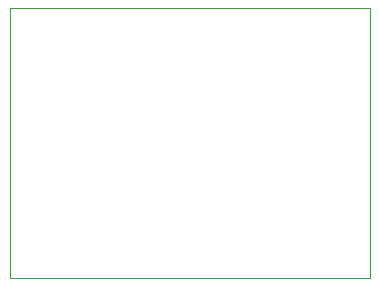
<source format=gbr>
%TF.GenerationSoftware,KiCad,Pcbnew,7.0.7*%
%TF.CreationDate,2023-08-26T23:34:30+05:30*%
%TF.ProjectId,ir_project,69725f70-726f-46a6-9563-742e6b696361,rev?*%
%TF.SameCoordinates,Original*%
%TF.FileFunction,Profile,NP*%
%FSLAX46Y46*%
G04 Gerber Fmt 4.6, Leading zero omitted, Abs format (unit mm)*
G04 Created by KiCad (PCBNEW 7.0.7) date 2023-08-26 23:34:30*
%MOMM*%
%LPD*%
G01*
G04 APERTURE LIST*
%TA.AperFunction,Profile*%
%ADD10C,0.100000*%
%TD*%
G04 APERTURE END LIST*
D10*
X142240000Y-71120000D02*
X172720000Y-71120000D01*
X172720000Y-93980000D01*
X142240000Y-93980000D01*
X142240000Y-71120000D01*
M02*

</source>
